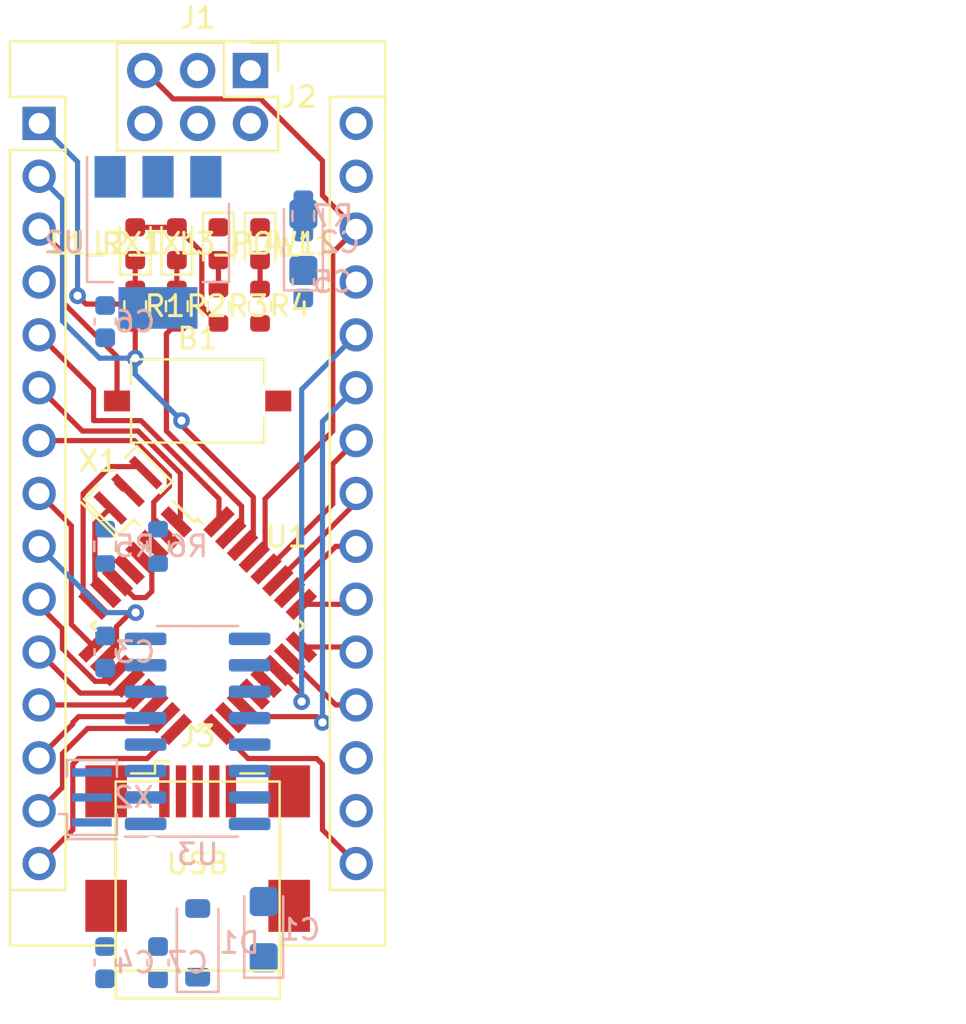
<source format=kicad_pcb>
(kicad_pcb (version 20221018) (generator pcbnew)
  (layers (0 "F.Cu" signal) (31 "B.Cu" signal) (34 "B.Paste" user) (35 "F.Paste" user) (36 "B.SilkS" user "B.Silkscreen") (37 "F.SilkS" user "F.Silkscreen") (38 "B.Mask" user) (39 "F.Mask" user) (44 "Edge.Cuts" user))
  (net 0 "")
  (net 1 "/pd0")
  (net 2 "/pd1")
  (net 3 "/pc6")
  (net 4 "+5V")
  (net 5 "+12V")
  (net 6 "Net-(U3-V3)")
  (net 7 "Net-(D1-A)")
  (net 8 "/pd2")
  (net 9 "/pd3")
  (net 10 "/pd4")
  (net 11 "/pd5")
  (net 12 "/pd6")
  (net 13 "/pd7")
  (net 14 "/pb0")
  (net 15 "/pb1")
  (net 16 "/pb2")
  (net 17 "/mosi")
  (net 18 "/miso")
  (net 19 "/pb5")
  (net 20 "+3V3")
  (net 21 "/aref")
  (net 22 "/adc0")
  (net 23 "/adc1")
  (net 24 "/adc2")
  (net 25 "/adc3")
  (net 26 "/adc4")
  (net 27 "/adc5")
  (net 28 "/adc6")
  (net 29 "/adc7")
  (net 30 "/usb_negative")
  (net 31 "/usb_plus")
  (net 32 "/usb_id")
  (net 33 "Net-(L1_RX1-K)")
  (net 34 "Net-(L2_TX1-K)")
  (net 35 "Net-(L3_POW1-A)")
  (net 36 "Net-(L4_L1-A)")
  (net 37 "/d13")
  (net 38 "Net-(U3-TXD)")
  (net 39 "Net-(U3-RXD)")
  (net 40 "/dtr")
  (net 41 "/pb6")
  (net 42 "/pb7")
  (net 43 "/xtal1_ch340")
  (net 44 "/xtal2_ch340")
  (net 45 "/cts")
  (net 46 "/dsr")
  (net 47 "/ri")
  (net 48 "/dcd")
  (net 49 "/rtr")
  (net 50 "/r232")
  (net 51 "GND")
  (footprint "oomlout_oomp_part_footprints:l6r_electronic_led_0603_red" (layer "F.Cu") (at 1 -12 -90)
    (fp_text reference "L3_POW1" (at 0 -1.43) (layer "F.SilkS"))
    (fp_text value "l6r")
    (fp_line (start -1.485 -0.735) (end -1.485 0.735) (stroke (width 0.12)) (layer "F.SilkS"))
    (fp_line (start -1.485 0.735) (end 0.8 0.735) (stroke (width 0.12)) (layer "F.SilkS"))
    (fp_line (start 0.8 -0.735) (end -1.485 -0.735) (stroke (width 0.12)) (layer "F.SilkS"))
    (pad "1" smd roundrect (at -0.7875 0 270) (size 0.875 0.95) (layers "F.Cu" "F.Paste" "F.Mask") (net 51 "GND"))
    (pad "2" smd roundrect (at 0.7875 0 270) (size 0.875 0.95) (layers "F.Cu" "F.Paste" "F.Mask") (net 35 "Net-(L3_POW1-A)"))
  )
  (footprint "oomlout_oomp_part_footprints:scumnsmo_electronic_socket_usb_mini_surface_mount_only" (layer "F.Cu") (at 0 16.912)
    (fp_text reference "J3" (at 0 -5.25) (layer "F.SilkS"))
    (fp_text value "scumnsmo")
    (fp_line (start -3.96 1.45) (end -3.96 -1.15) (stroke (width 0.12)) (layer "F.SilkS"))
    (fp_line (start -3.96 4.35) (end -3.96 6.01) (stroke (width 0.12)) (layer "F.SilkS"))
    (fp_line (start -3.96 6.01) (end 3.96 6.01) (stroke (width 0.12)) (layer "F.SilkS"))
    (fp_line (start -3.2 -3.46) (end -2.05 -3.46) (stroke (width 0.12)) (layer "F.SilkS"))
    (fp_line (start -2.05 -4.05) (end -1.35 -4.05) (stroke (width 0.12)) (layer "F.SilkS"))
    (fp_line (start -2.05 -3.46) (end -2.05 -4.05) (stroke (width 0.12)) (layer "F.SilkS"))
    (fp_line (start 2.05 -3.46) (end 3.2 -3.46) (stroke (width 0.12)) (layer "F.SilkS"))
    (fp_line (start 3.96 -1.15) (end 3.96 1.45) (stroke (width 0.12)) (layer "F.SilkS"))
    (fp_line (start 3.96 6.01) (end 3.96 4.35) (stroke (width 0.12)) (layer "F.SilkS"))
    (pad "" np_thru_hole circle (at -2.2 0) (size 0.9 0.9) (drill 0.9) (layers "*.Cu" "*.Mask"))
    (pad "" np_thru_hole circle (at 2.2 0) (size 0.9 0.9) (drill 0.9) (layers "*.Cu" "*.Mask"))
    (pad "1" smd rect (at -1.6 -2.6) (size 0.5 2.5) (layers "F.Cu" "F.Paste" "F.Mask") (net 7 "Net-(D1-A)"))
    (pad "2" smd rect (at -0.8 -2.6) (size 0.5 2.5) (layers "F.Cu" "F.Paste" "F.Mask") (net 30 "/usb_negative"))
    (pad "3" smd rect (at 0 -2.6) (size 0.5 2.5) (layers "F.Cu" "F.Paste" "F.Mask") (net 31 "/usb_plus"))
    (pad "4" smd rect (at 0.8 -2.6) (size 0.5 2.5) (layers "F.Cu" "F.Paste" "F.Mask") (net 32 "/usb_id"))
    (pad "5" smd rect (at 1.6 -2.6) (size 0.5 2.5) (layers "F.Cu" "F.Paste" "F.Mask") (net 51 "GND"))
    (pad "6" smd rect (at -4.4 -2.6) (size 2 2.5) (layers "F.Cu" "F.Paste" "F.Mask") (net 51 "GND"))
    (pad "6" smd rect (at -4.4 2.9) (size 2 2.5) (layers "F.Cu" "F.Paste" "F.Mask") (net 51 "GND"))
    (pad "6" smd rect (at 4.4 -2.6) (size 2 2.5) (layers "F.Cu" "F.Paste" "F.Mask") (net 51 "GND"))
    (pad "6" smd rect (at 4.4 2.9) (size 2 2.5) (layers "F.Cu" "F.Paste" "F.Mask") (net 51 "GND"))
  )
  (footprint "oomlout_oomp_part_footprints:xcr3213mhz16_electronic_ceramic_resonator_3213_3_pin_ground_pin_2_16_mega_hertz" (layer "F.Cu") (at -3.348528 -0.151472 45)
    (fp_text reference "X1" (at 0 -2) (layer "F.SilkS"))
    (fp_text value "xcr3213mhz16")
    (fp_line (start -2 -1.2) (end -2 0.8) (stroke (width 0.12)) (layer "F.SilkS"))
    (fp_line (start -2 0.8) (end -2 1.2) (stroke (width 0.12)) (layer "F.SilkS"))
    (fp_line (start -1.8 -1.2) (end -0.8 -1.2) (stroke (width 0.12)) (layer "F.SilkS"))
    (fp_line (start -1.8 0.8) (end -1.8 -1.2) (stroke (width 0.12)) (layer "F.SilkS"))
    (fp_line (start -1.8 0.8) (end -1.8 1.2) (stroke (width 0.12)) (layer "F.SilkS"))
    (fp_line (start -0.8 1.2) (end -1.8 1.2) (stroke (width 0.12)) (layer "F.SilkS"))
    (fp_line (start -0.8 1.2) (end -0.8 1.6) (stroke (width 0.12)) (layer "F.SilkS"))
    (fp_line (start 1 -1.2) (end 1.8 -1.2) (stroke (width 0.12)) (layer "F.SilkS"))
    (fp_line (start 1.8 -1.2) (end 1.8 0.8) (stroke (width 0.12)) (layer "F.SilkS"))
    (fp_line (start 1.8 0.8) (end 1.8 1.2) (stroke (width 0.12)) (layer "F.SilkS"))
    (fp_line (start 1.8 1.2) (end 1 1.2) (stroke (width 0.12)) (layer "F.SilkS"))
    (pad "1" smd rect (at -1.2 0 45) (size 0.4 1.9) (layers "F.Cu" "F.Paste" "F.Mask") (net 41 "/pb6"))
    (pad "2" smd rect (at 0 0 45) (size 0.4 1.9) (layers "F.Cu" "F.Paste" "F.Mask") (net 51 "GND"))
    (pad "3" smd rect (at 1.2 0 45) (size 0.4 1.9) (layers "F.Cu" "F.Paste" "F.Mask") (net 42 "/pb7"))
  )
  (footprint "oomlout_oomp_part_footprints:l6r_electronic_led_0603_red" (layer "F.Cu") (at -1 -12 90)
    (fp_text reference "L2_TX1" (at 0 -1.43) (layer "F.SilkS"))
    (fp_text value "l6r")
    (fp_line (start -1.485 -0.735) (end -1.485 0.735) (stroke (width 0.12)) (layer "F.SilkS"))
    (fp_line (start -1.485 0.735) (end 0.8 0.735) (stroke (width 0.12)) (layer "F.SilkS"))
    (fp_line (start 0.8 -0.735) (end -1.485 -0.735) (stroke (width 0.12)) (layer "F.SilkS"))
    (pad "1" smd roundrect (at -0.7875 0 90) (size 0.875 0.95) (layers "F.Cu" "F.Paste" "F.Mask") (net 34 "Net-(L2_TX1-K)"))
    (pad "2" smd roundrect (at 0.7875 0 90) (size 0.875 0.95) (layers "F.Cu" "F.Paste" "F.Mask") (net 4 "+5V"))
  )
  (footprint "oomlout_oomp_part_footprints:r6o102_electronic_resistor_0603_1000_ohm" (layer "F.Cu") (at 1 -9 -90)
    (fp_text reference "R3" (at 0 -1.43) (layer "F.SilkS"))
    (fp_text value "r6o102")
    (fp_line (start -0.237258 -0.5225) (end 0.237258 -0.5225) (stroke (width 0.12)) (layer "F.SilkS"))
    (fp_line (start -0.237258 0.5225) (end 0.237258 0.5225) (stroke (width 0.12)) (layer "F.SilkS"))
    (pad "1" smd roundrect (at -0.825 0 270) (size 0.8 0.95) (layers "F.Cu" "F.Paste" "F.Mask") (net 35 "Net-(L3_POW1-A)"))
    (pad "2" smd roundrect (at 0.825 0 270) (size 0.8 0.95) (layers "F.Cu" "F.Paste" "F.Mask") (net 4 "+5V"))
  )
  (footprint "oomlout_oomp_part_footprints:r6o102_electronic_resistor_0603_1000_ohm" (layer "F.Cu") (at 3 -9 -90)
    (fp_text reference "R4" (at 0 -1.43) (layer "F.SilkS"))
    (fp_text value "r6o102")
    (fp_line (start -0.237258 -0.5225) (end 0.237258 -0.5225) (stroke (width 0.12)) (layer "F.SilkS"))
    (fp_line (start -0.237258 0.5225) (end 0.237258 0.5225) (stroke (width 0.12)) (layer "F.SilkS"))
    (pad "1" smd roundrect (at -0.825 0 270) (size 0.8 0.95) (layers "F.Cu" "F.Paste" "F.Mask") (net 36 "Net-(L4_L1-A)"))
    (pad "2" smd roundrect (at 0.825 0 270) (size 0.8 0.95) (layers "F.Cu" "F.Paste" "F.Mask") (net 37 "/d13"))
  )
  (footprint "oomlout_oomp_part_footprints:l6r_electronic_led_0603_red" (layer "F.Cu") (at 3 -12 -90)
    (fp_text reference "L4_L1" (at 0 -1.43) (layer "F.SilkS"))
    (fp_text value "l6r")
    (fp_line (start -1.485 -0.735) (end -1.485 0.735) (stroke (width 0.12)) (layer "F.SilkS"))
    (fp_line (start -1.485 0.735) (end 0.8 0.735) (stroke (width 0.12)) (layer "F.SilkS"))
    (fp_line (start 0.8 -0.735) (end -1.485 -0.735) (stroke (width 0.12)) (layer "F.SilkS"))
    (pad "1" smd roundrect (at -0.7875 0 270) (size 0.875 0.95) (layers "F.Cu" "F.Paste" "F.Mask") (net 51 "GND"))
    (pad "2" smd roundrect (at 0.7875 0 270) (size 0.875 0.95) (layers "F.Cu" "F.Paste" "F.Mask") (net 36 "Net-(L4_L1-A)"))
  )
  (footprint "oomlout_oomp_part_footprints:l6r_electronic_led_0603_red" (layer "F.Cu") (at -3 -12 90)
    (fp_text reference "L1_RX1" (at 0 -1.43) (layer "F.SilkS"))
    (fp_text value "l6r")
    (fp_line (start -1.485 -0.735) (end -1.485 0.735) (stroke (width 0.12)) (layer "F.SilkS"))
    (fp_line (start -1.485 0.735) (end 0.8 0.735) (stroke (width 0.12)) (layer "F.SilkS"))
    (fp_line (start 0.8 -0.735) (end -1.485 -0.735) (stroke (width 0.12)) (layer "F.SilkS"))
    (pad "1" smd roundrect (at -0.7875 0 90) (size 0.875 0.95) (layers "F.Cu" "F.Paste" "F.Mask") (net 33 "Net-(L1_RX1-K)"))
    (pad "2" smd roundrect (at 0.7875 0 90) (size 0.875 0.95) (layers "F.Cu" "F.Paste" "F.Mask") (net 4 "+5V"))
  )
  (footprint "oomlout_oomp_part_footprints:r6o102_electronic_resistor_0603_1000_ohm" (layer "F.Cu") (at -3 -9 -90)
    (fp_text reference "R1" (at 0 -1.43) (layer "F.SilkS"))
    (fp_text value "r6o102")
    (fp_line (start -0.237258 -0.5225) (end 0.237258 -0.5225) (stroke (width 0.12)) (layer "F.SilkS"))
    (fp_line (start -0.237258 0.5225) (end 0.237258 0.5225) (stroke (width 0.12)) (layer "F.SilkS"))
    (pad "1" smd roundrect (at -0.825 0 270) (size 0.8 0.95) (layers "F.Cu" "F.Paste" "F.Mask") (net 33 "Net-(L1_RX1-K)"))
    (pad "2" smd roundrect (at 0.825 0 270) (size 0.8 0.95) (layers "F.Cu" "F.Paste" "F.Mask") (net 1 "/pd0"))
  )
  (footprint "oomlout_oomp_part_footprints:r6o102_electronic_resistor_0603_1000_ohm" (layer "F.Cu") (at -1 -9 -90)
    (fp_text reference "R2" (at 0 -1.43) (layer "F.SilkS"))
    (fp_text value "r6o102")
    (fp_line (start -0.237258 -0.5225) (end 0.237258 -0.5225) (stroke (width 0.12)) (layer "F.SilkS"))
    (fp_line (start -0.237258 0.5225) (end 0.237258 0.5225) (stroke (width 0.12)) (layer "F.SilkS"))
    (pad "1" smd roundrect (at -0.825 0 270) (size 0.8 0.95) (layers "F.Cu" "F.Paste" "F.Mask") (net 34 "Net-(L2_TX1-K)"))
    (pad "2" smd roundrect (at 0.825 0 270) (size 0.8 0.95) (layers "F.Cu" "F.Paste" "F.Mask") (net 2 "/pd1"))
  )
  (footprint "oomlout_oomp_part_footprints:hi12x3p_electronic_header_2d54_mm_dual_row_2x3_dual_row_6_pin" (layer "F.Cu") (at 2.54 -20.32 -90)
    (fp_text reference "J2" (at 1.27 -2.33) (layer "F.SilkS"))
    (fp_text value "hi12x3p")
    (fp_line (start -1.33 -1.33) (end 0 -1.33) (stroke (width 0.12)) (layer "F.SilkS"))
    (fp_line (start -1.33 0) (end -1.33 -1.33) (stroke (width 0.12)) (layer "F.SilkS"))
    (fp_line (start -1.33 1.27) (end -1.33 6.41) (stroke (width 0.12)) (layer "F.SilkS"))
    (fp_line (start -1.33 1.27) (end 1.27 1.27) (stroke (width 0.12)) (layer "F.SilkS"))
    (fp_line (start -1.33 6.41) (end 3.87 6.41) (stroke (width 0.12)) (layer "F.SilkS"))
    (fp_line (start 1.27 -1.33) (end 3.87 -1.33) (stroke (width 0.12)) (layer "F.SilkS"))
    (fp_line (start 1.27 1.27) (end 1.27 -1.33) (stroke (width 0.12)) (layer "F.SilkS"))
    (fp_line (start 3.87 -1.33) (end 3.87 6.41) (stroke (width 0.12)) (layer "F.SilkS"))
    (pad "1" thru_hole rect (at 0 0 270) (size 1.7 1.7) (drill 1) (layers "*.Cu" "*.Mask") (net 18 "/miso"))
    (pad "2" thru_hole oval (at 2.54 0 270) (size 1.7 1.7) (drill 1) (layers "*.Cu" "*.Mask") (net 4 "+5V"))
    (pad "3" thru_hole oval (at 0 2.54 270) (size 1.7 1.7) (drill 1) (layers "*.Cu" "*.Mask") (net 19 "/pb5"))
    (pad "4" thru_hole oval (at 2.54 2.54 270) (size 1.7 1.7) (drill 1) (layers "*.Cu" "*.Mask") (net 17 "/mosi"))
    (pad "5" thru_hole oval (at 0 5.08 270) (size 1.7 1.7) (drill 1) (layers "*.Cu" "*.Mask") (net 3 "/pc6"))
    (pad "6" thru_hole oval (at 2.54 5.08 270) (size 1.7 1.7) (drill 1) (layers "*.Cu" "*.Mask") (net 51 "GND"))
  )
  (footprint "oomlout_oomp_part_footprints:b3560s_electronic_button_3_5_mm_x_6_mm_x_2_5_mm_surface_mount" (layer "F.Cu") (at 0 -4.445)
    (fp_text reference "B1" (at 0 -3 unlocked) (layer "F.SilkS"))
    (fp_text value "b3560s")
    (fp_line (start -3.2 -2) (end -3.2 -0.8) (stroke (width 0.12)) (layer "F.SilkS"))
    (fp_line (start -3.2 0.8) (end -3.2 2) (stroke (width 0.12)) (layer "F.SilkS"))
    (fp_line (start -3.2 2) (end 3.2 2) (stroke (width 0.12)) (layer "F.SilkS"))
    (fp_line (start 3.2 -2) (end -3.2 -2) (stroke (width 0.12)) (layer "F.SilkS"))
    (fp_line (start 3.2 -0.8) (end 3.2 -2) (stroke (width 0.12)) (layer "F.SilkS"))
    (fp_line (start 3.2 2) (end 3.2 0.8) (stroke (width 0.12)) (layer "F.SilkS"))
    (pad "1" smd rect (at -3.875 0) (size 1.25 1) (layers "F.Cu" "F.Paste" "F.Mask") (net 3 "/pc6"))
    (pad "2" smd rect (at 3.875 0) (size 1.25 1) (layers "F.Cu" "F.Paste" "F.Mask") (net 51 "GND"))
  )
  (footprint "oomlout_oomp_part_footprints:itq32at328_electronic_ic_tqfp_32_mcu_atmega328_microchip_atmega328p_aur" (layer "F.Cu") (at 0 6.35 -45)
    (fp_text reference "U1" (at 0 -6.05) (layer "F.SilkS"))
    (fp_text value "itq32at328")
    (fp_line (start -3.625 -3.625) (end -3.625 -3.4) (stroke (width 0.15)) (layer "F.SilkS"))
    (fp_line (start -3.625 -3.625) (end -3.3 -3.625) (stroke (width 0.15)) (layer "F.SilkS"))
    (fp_line (start -3.625 -3.4) (end -5.05 -3.4) (stroke (width 0.15)) (layer "F.SilkS"))
    (fp_line (start -3.625 3.625) (end -3.625 3.3) (stroke (width 0.15)) (layer "F.SilkS"))
    (fp_line (start -3.625 3.625) (end -3.3 3.625) (stroke (width 0.15)) (layer "F.SilkS"))
    (fp_line (start 3.625 -3.625) (end 3.3 -3.625) (stroke (width 0.15)) (layer "F.SilkS"))
    (fp_line (start 3.625 -3.625) (end 3.625 -3.3) (stroke (width 0.15)) (layer "F.SilkS"))
    (fp_line (start 3.625 3.625) (end 3.3 3.625) (stroke (width 0.15)) (layer "F.SilkS"))
    (fp_line (start 3.625 3.625) (end 3.625 3.3) (stroke (width 0.15)) (layer "F.SilkS"))
    (pad "1" smd rect (at -4.25 -2.8 315) (size 1.6 0.55) (layers "F.Cu" "F.Paste" "F.Mask") (net 9 "/pd3"))
    (pad "2" smd rect (at -4.25 -2 315) (size 1.6 0.55) (layers "F.Cu" "F.Paste" "F.Mask") (net 10 "/pd4"))
    (pad "3" smd rect (at -4.25 -1.2 315) (size 1.6 0.55) (layers "F.Cu" "F.Paste" "F.Mask") (net 51 "GND"))
    (pad "4" smd rect (at -4.25 -0.4 315) (size 1.6 0.55) (layers "F.Cu" "F.Paste" "F.Mask") (net 4 "+5V"))
    (pad "5" smd rect (at -4.25 0.4 315) (size 1.6 0.55) (layers "F.Cu" "F.Paste" "F.Mask") (net 51 "GND"))
    (pad "6" smd rect (at -4.25 1.2 315) (size 1.6 0.55) (layers "F.Cu" "F.Paste" "F.Mask") (net 4 "+5V"))
    (pad "7" smd rect (at -4.25 2 315) (size 1.6 0.55) (layers "F.Cu" "F.Paste" "F.Mask") (net 41 "/pb6"))
    (pad "8" smd rect (at -4.25 2.8 315) (size 1.6 0.55) (layers "F.Cu" "F.Paste" "F.Mask") (net 42 "/pb7"))
    (pad "9" smd rect (at -2.8 4.25 45) (size 1.6 0.55) (layers "F.Cu" "F.Paste" "F.Mask") (net 11 "/pd5"))
    (pad "10" smd rect (at -2 4.25 45) (size 1.6 0.55) (layers "F.Cu" "F.Paste" "F.Mask") (net 12 "/pd6"))
    (pad "11" smd rect (at -1.2 4.25 45) (size 1.6 0.55) (layers "F.Cu" "F.Paste" "F.Mask") (net 13 "/pd7"))
    (pad "12" smd rect (at -0.4 4.25 45) (size 1.6 0.55) (layers "F.Cu" "F.Paste" "F.Mask") (net 14 "/pb0"))
    (pad "13" smd rect (at 0.4 4.25 45) (size 1.6 0.55) (layers "F.Cu" "F.Paste" "F.Mask") (net 15 "/pb1"))
    (pad "14" smd rect (at 1.2 4.25 45) (size 1.6 0.55) (layers "F.Cu" "F.Paste" "F.Mask") (net 16 "/pb2"))
    (pad "15" smd rect (at 2 4.25 45) (size 1.6 0.55) (layers "F.Cu" "F.Paste" "F.Mask") (net 17 "/mosi"))
    (pad "16" smd rect (at 2.8 4.25 45) (size 1.6 0.55) (layers "F.Cu" "F.Paste" "F.Mask") (net 18 "/miso"))
    (pad "17" smd rect (at 4.25 2.8 315) (size 1.6 0.55) (layers "F.Cu" "F.Paste" "F.Mask") (net 19 "/pb5"))
    (pad "18" smd rect (at 4.25 2 315) (size 1.6 0.55) (layers "F.Cu" "F.Paste" "F.Mask") (net 4 "+5V"))
    (pad "19" smd rect (at 4.25 1.2 315) (size 1.6 0.55) (layers "F.Cu" "F.Paste" "F.Mask") (net 28 "/adc6"))
    (pad "20" smd rect (at 4.25 0.4 315) (size 1.6 0.55) (layers "F.Cu" "F.Paste" "F.Mask") (net 21 "/aref"))
    (pad "21" smd rect (at 4.25 -0.4 315) (size 1.6 0.55) (layers "F.Cu" "F.Paste" "F.Mask") (net 51 "GND"))
    (pad "22" smd rect (at 4.25 -1.2 315) (size 1.6 0.55) (layers "F.Cu" "F.Paste" "F.Mask") (net 29 "/adc7"))
    (pad "23" smd rect (at 4.25 -2 315) (size 1.6 0.55) (layers "F.Cu" "F.Paste" "F.Mask") (net 22 "/adc0"))
    (pad "24" smd rect (at 4.25 -2.8 315) (size 1.6 0.55) (layers "F.Cu" "F.Paste" "F.Mask") (net 23 "/adc1"))
    (pad "25" smd rect (at 2.8 -4.25 45) (size 1.6 0.55) (layers "F.Cu" "F.Paste" "F.Mask") (net 24 "/adc2"))
    (pad "26" smd rect (at 2 -4.25 45) (size 1.6 0.55) (layers "F.Cu" "F.Paste" "F.Mask") (net 25 "/adc3"))
    (pad "27" smd rect (at 1.2 -4.25 45) (size 1.6 0.55) (layers "F.Cu" "F.Paste" "F.Mask") (net 26 "/adc4"))
    (pad "28" smd rect (at 0.4 -4.25 45) (size 1.6 0.55) (layers "F.Cu" "F.Paste" "F.Mask") (net 27 "/adc5"))
    (pad "29" smd rect (at -0.4 -4.25 45) (size 1.6 0.55) (layers "F.Cu" "F.Paste" "F.Mask") (net 3 "/pc6"))
    (pad "30" smd rect (at -1.2 -4.25 45) (size 1.6 0.55) (layers "F.Cu" "F.Paste" "F.Mask") (net 1 "/pd0"))
    (pad "31" smd rect (at -2 -4.25 45) (size 1.6 0.55) (layers "F.Cu" "F.Paste" "F.Mask") (net 2 "/pd1"))
    (pad "32" smd rect (at -2.8 -4.25 45) (size 1.6 0.55) (layers "F.Cu" "F.Paste" "F.Mask") (net 8 "/pd2"))
  )
  (footprint "oomlout_oomp_part_footprints:bbat328_electronic_breakout_board_mcu_atmega328_shennie" (layer "F.Cu") (at -7.62 -17.78)
    (fp_text reference "J1" (at 7.62 -5.08) (layer "F.SilkS"))
    (fp_text value "bbat328")
    (fp_text user "USB" (at 7.62 35.56 unlocked) (layer "F.SilkS"))
    (fp_line (start -1.4 -3.94) (end -1.4 -1.27) (stroke (width 0.12)) (layer "F.SilkS"))
    (fp_line (start -1.4 1.27) (end -1.4 39.5) (stroke (width 0.12)) (layer "F.SilkS"))
    (fp_line (start -1.4 39.5) (end 3.68 39.5) (stroke (width 0.12)) (layer "F.SilkS"))
    (fp_line (start 1.27 -1.27) (end -1.4 -1.27) (stroke (width 0.12)) (layer "F.SilkS"))
    (fp_line (start 1.27 1.27) (end -1.4 1.27) (stroke (width 0.12)) (layer "F.SilkS"))
    (fp_line (start 1.27 1.27) (end 1.27 -1.27) (stroke (width 0.12)) (layer "F.SilkS"))
    (fp_line (start 1.27 1.27) (end 1.27 36.83) (stroke (width 0.12)) (layer "F.SilkS"))
    (fp_line (start 1.27 36.83) (end -1.4 36.83) (stroke (width 0.12)) (layer "F.SilkS"))
    (fp_line (start 3.68 31.62) (end 11.56 31.62) (stroke (width 0.12)) (layer "F.SilkS"))
    (fp_line (start 3.68 42.04) (end 3.68 31.62) (stroke (width 0.12)) (layer "F.SilkS"))
    (fp_line (start 11.56 31.62) (end 11.56 42.04) (stroke (width 0.12)) (layer "F.SilkS"))
    (fp_line (start 11.56 42.04) (end 3.68 42.04) (stroke (width 0.12)) (layer "F.SilkS"))
    (fp_line (start 13.97 -1.27) (end 13.97 36.83) (stroke (width 0.12)) (layer "F.SilkS"))
    (fp_line (start 13.97 -1.27) (end 16.64 -1.27) (stroke (width 0.12)) (layer "F.SilkS"))
    (fp_line (start 13.97 36.83) (end 16.64 36.83) (stroke (width 0.12)) (layer "F.SilkS"))
    (fp_line (start 16.64 -3.94) (end -1.4 -3.94) (stroke (width 0.12)) (layer "F.SilkS"))
    (fp_line (start 16.64 39.5) (end 11.56 39.5) (stroke (width 0.12)) (layer "F.SilkS"))
    (fp_line (start 16.64 39.5) (end 16.64 -3.94) (stroke (width 0.12)) (layer "F.SilkS"))
    (pad "" np_thru_hole circle (at 0 -2.54) (size 1.78 1.78) (drill 1.78) (layers "*.Cu" "*.Mask"))
    (pad "" np_thru_hole circle (at 0 38.1) (size 1.78 1.78) (drill 1.78) (layers "*.Cu" "*.Mask"))
    (pad "" np_thru_hole circle (at 15.24 -2.54) (size 1.78 1.78) (drill 1.78) (layers "*.Cu" "*.Mask"))
    (pad "" np_thru_hole circle (at 15.24 38.1) (size 1.78 1.78) (drill 1.78) (layers "*.Cu" "*.Mask"))
    (pad "1" thru_hole rect (at 0 0) (size 1.6 1.6) (drill 1) (layers "*.Cu" "*.Mask") (net 2 "/pd1"))
    (pad "2" thru_hole oval (at 0 2.54) (size 1.6 1.6) (drill 1) (layers "*.Cu" "*.Mask") (net 1 "/pd0"))
    (pad "3" thru_hole oval (at 0 5.08) (size 1.6 1.6) (drill 1) (layers "*.Cu" "*.Mask") (net 3 "/pc6"))
    (pad "4" thru_hole oval (at 0 7.62) (size 1.6 1.6) (drill 1) (layers "*.Cu" "*.Mask") (net 51 "GND"))
    (pad "5" thru_hole oval (at 0 10.16) (size 1.6 1.6) (drill 1) (layers "*.Cu" "*.Mask") (net 8 "/pd2"))
    (pad "6" thru_hole oval (at 0 12.7) (size 1.6 1.6) (drill 1) (layers "*.Cu" "*.Mask") (net 9 "/pd3"))
    (pad "7" thru_hole oval (at 0 15.24) (size 1.6 1.6) (drill 1) (layers "*.Cu" "*.Mask") (net 10 "/pd4"))
    (pad "8" thru_hole oval (at 0 17.78) (size 1.6 1.6) (drill 1) (layers "*.Cu" "*.Mask") (net 11 "/pd5"))
    (pad "9" thru_hole oval (at 0 20.32) (size 1.6 1.6) (drill 1) (layers "*.Cu" "*.Mask") (net 12 "/pd6"))
    (pad "10" thru_hole oval (at 0 22.86) (size 1.6 1.6) (drill 1) (layers "*.Cu" "*.Mask") (net 13 "/pd7"))
    (pad "11" thru_hole oval (at 0 25.4) (size 1.6 1.6) (drill 1) (layers "*.Cu" "*.Mask") (net 14 "/pb0"))
    (pad "12" thru_hole oval (at 0 27.94) (size 1.6 1.6) (drill 1) (layers "*.Cu" "*.Mask") (net 15 "/pb1"))
    (pad "13" thru_hole oval (at 0 30.48) (size 1.6 1.6) (drill 1) (layers "*.Cu" "*.Mask") (net 16 "/pb2"))
    (pad "14" thru_hole oval (at 0 33.02) (size 1.6 1.6) (drill 1) (layers "*.Cu" "*.Mask") (net 17 "/mosi"))
    (pad "15" thru_hole oval (at 0 35.56) (size 1.6 1.6) (drill 1) (layers "*.Cu" "*.Mask") (net 18 "/miso"))
    (pad "16" thru_hole oval (at 15.24 35.56) (size 1.6 1.6) (drill 1) (layers "*.Cu" "*.Mask") (net 19 "/pb5"))
    (pad "17" thru_hole oval (at 15.24 33.02) (size 1.6 1.6) (drill 1) (layers "*.Cu" "*.Mask") (net 20 "+3V3"))
    (pad "18" thru_hole oval (at 15.24 30.48) (size 1.6 1.6) (drill 1) (layers "*.Cu" "*.Mask") (net 21 "/aref"))
    (pad "19" thru_hole oval (at 15.24 27.94) (size 1.6 1.6) (drill 1) (layers "*.Cu" "*.Mask") (net 22 "/adc0"))
    (pad "20" thru_hole oval (at 15.24 25.4) (size 1.6 1.6) (drill 1) (layers "*.Cu" "*.Mask") (net 23 "/adc1"))
    (pad "21" thru_hole oval (at 15.24 22.86) (size 1.6 1.6) (drill 1) (layers "*.Cu" "*.Mask") (net 24 "/adc2"))
    (pad "22" thru_hole oval (at 15.24 20.32) (size 1.6 1.6) (drill 1) (layers "*.Cu" "*.Mask") (net 25 "/adc3"))
    (pad "23" thru_hole oval (at 15.24 17.78) (size 1.6 1.6) (drill 1) (layers "*.Cu" "*.Mask") (net 26 "/adc4"))
    (pad "24" thru_hole oval (at 15.24 15.24) (size 1.6 1.6) (drill 1) (layers "*.Cu" "*.Mask") (net 27 "/adc5"))
    (pad "25" thru_hole oval (at 15.24 12.7) (size 1.6 1.6) (drill 1) (layers "*.Cu" "*.Mask") (net 28 "/adc6"))
    (pad "26" thru_hole oval (at 15.24 10.16) (size 1.6 1.6) (drill 1) (layers "*.Cu" "*.Mask") (net 29 "/adc7"))
    (pad "27" thru_hole oval (at 15.24 7.62) (size 1.6 1.6) (drill 1) (layers "*.Cu" "*.Mask") (net 4 "+5V"))
    (pad "28" thru_hole oval (at 15.24 5.08) (size 1.6 1.6) (drill 1) (layers "*.Cu" "*.Mask") (net 3 "/pc6"))
    (pad "29" thru_hole oval (at 15.24 2.54) (size 1.6 1.6) (drill 1) (layers "*.Cu" "*.Mask") (net 51 "GND"))
    (pad "30" thru_hole oval (at 15.24 0) (size 1.6 1.6) (drill 1) (layers "*.Cu" "*.Mask") (net 5 "+12V"))
  )
  (footprint "oomlout_oomp_part_footprints:r6o102_electronic_resistor_0603_1000_ohm" (layer "B.Cu") (at 5.08 -13.335 90)
    (fp_text reference "R7" (at 0 1.43) (layer "B.SilkS") (effects (justify mirror)))
    (fp_text value "r6o102")
    (fp_line (start -0.237258 -0.5225) (end 0.237258 -0.5225) (stroke (width 0.12)) (layer "B.SilkS"))
    (fp_line (start -0.237258 0.5225) (end 0.237258 0.5225) (stroke (width 0.12)) (layer "B.SilkS"))
    (pad "1" smd roundrect (at -0.825 0 90) (size 0.8 0.95) (layers "B.Cu" "B.Paste" "B.Mask") (net 40 "/dtr"))
    (pad "2" smd roundrect (at 0.825 0 90) (size 0.8 0.95) (layers "B.Cu" "B.Paste" "B.Mask") (net 4 "+5V"))
  )
  (footprint "oomlout_oomp_part_footprints:catuf4d716v_electronic_capacitor_3216_avx_a_tantalum_4_7_micro_farad_16_volt" (layer "B.Cu") (at 3.175 20.955 90)
    (fp_text reference "C1" (at 0 1.75) (layer "B.SilkS") (effects (justify mirror)))
    (fp_text value "catuf4d716v")
    (fp_line (start -2.31 -0.935) (end 1.6 -0.935) (stroke (width 0.12)) (layer "B.SilkS"))
    (fp_line (start -2.31 0.935) (end -2.31 -0.935) (stroke (width 0.12)) (layer "B.SilkS"))
    (fp_line (start 1.6 0.935) (end -2.31 0.935) (stroke (width 0.12)) (layer "B.SilkS"))
    (pad "1" smd roundrect (at -1.35 0 90) (size 1.4 1.35) (layers "B.Cu" "B.Paste" "B.Mask") (roundrect_rratio 0.185185) (net 5 "+12V"))
    (pad "2" smd roundrect (at 1.35 0 90) (size 1.4 1.35) (layers "B.Cu" "B.Paste" "B.Mask") (roundrect_rratio 0.185185) (net 51 "GND"))
  )
  (footprint "oomlout_oomp_part_footprints:isp16ch340g_electronic_ic_sop_16_converter_usb_to_serial_converter_wch_ch340g" (layer "B.Cu") (at 0 11.43)
    (fp_text reference "U3" (at 0 5.9) (layer "B.SilkS") (effects (justify mirror)))
    (fp_text value "isp16ch340g")
    (fp_line (start 0 -5.06) (end -1.95 -5.06) (stroke (width 0.12)) (layer "B.SilkS"))
    (fp_line (start 0 -5.06) (end 1.95 -5.06) (stroke (width 0.12)) (layer "B.SilkS"))
    (fp_line (start 0 5.06) (end -3.5 5.06) (stroke (width 0.12)) (layer "B.SilkS"))
    (fp_line (start 0 5.06) (end 1.95 5.06) (stroke (width 0.12)) (layer "B.SilkS"))
    (pad "1" smd roundrect (at -2.5 4.445) (size 2 0.6) (layers "B.Cu" "B.Paste" "B.Mask") (net 51 "GND"))
    (pad "2" smd roundrect (at -2.5 3.175) (size 2 0.6) (layers "B.Cu" "B.Paste" "B.Mask") (net 38 "Net-(U3-TXD)"))
    (pad "3" smd roundrect (at -2.5 1.905) (size 2 0.6) (layers "B.Cu" "B.Paste" "B.Mask") (net 39 "Net-(U3-RXD)"))
    (pad "4" smd roundrect (at -2.5 0.635) (size 2 0.6) (layers "B.Cu" "B.Paste" "B.Mask") (net 6 "Net-(U3-V3)"))
    (pad "5" smd roundrect (at -2.5 -0.635) (size 2 0.6) (layers "B.Cu" "B.Paste" "B.Mask") (net 31 "/usb_plus"))
    (pad "6" smd roundrect (at -2.5 -1.905) (size 2 0.6) (layers "B.Cu" "B.Paste" "B.Mask") (net 30 "/usb_negative"))
    (pad "7" smd roundrect (at -2.5 -3.175) (size 2 0.6) (layers "B.Cu" "B.Paste" "B.Mask") (net 43 "/xtal1_ch340"))
    (pad "8" smd roundrect (at -2.5 -4.445) (size 2 0.6) (layers "B.Cu" "B.Paste" "B.Mask") (net 44 "/xtal2_ch340"))
    (pad "9" smd roundrect (at 2.5 -4.445) (size 2 0.6) (layers "B.Cu" "B.Paste" "B.Mask") (net 45 "/cts"))
    (pad "10" smd roundrect (at 2.5 -3.175) (size 2 0.6) (layers "B.Cu" "B.Paste" "B.Mask") (net 46 "/dsr"))
    (pad "11" smd roundrect (at 2.5 -1.905) (size 2 0.6) (layers "B.Cu" "B.Paste" "B.Mask") (net 47 "/ri"))
    (pad "12" smd roundrect (at 2.5 -0.635) (size 2 0.6) (layers "B.Cu" "B.Paste" "B.Mask") (net 48 "/dcd"))
    (pad "13" smd roundrect (at 2.5 0.635) (size 2 0.6) (layers "B.Cu" "B.Paste" "B.Mask") (net 40 "/dtr"))
    (pad "14" smd roundrect (at 2.5 1.905) (size 2 0.6) (layers "B.Cu" "B.Paste" "B.Mask") (net 49 "/rtr"))
    (pad "15" smd roundrect (at 2.5 3.175) (size 2 0.6) (layers "B.Cu" "B.Paste" "B.Mask") (net 50 "/r232"))
    (pad "16" smd roundrect (at 2.5 4.445) (size 2 0.6) (layers "B.Cu" "B.Paste" "B.Mask") (net 4 "+5V"))
  )
  (footprint "oomlout_oomp_part_footprints:pms22311171d5v_electronic_pmic_sot_223_linear_1117_1_5_volt" (layer "B.Cu") (at -1.905 -12.065 -90)
    (fp_text reference "U2" (at 0 4.5) (layer "B.SilkS") (effects (justify mirror)))
    (fp_text value "pms22311171d5v")
    (fp_line (start -4.1 3.41) (end 1.91 3.41) (stroke (width 0.12)) (layer "B.SilkS"))
    (fp_line (start -1.85 -3.41) (end 1.91 -3.41) (stroke (width 0.12)) (layer "B.SilkS"))
    (fp_line (start 1.91 -3.41) (end 1.91 -2.15) (stroke (width 0.12)) (layer "B.SilkS"))
    (fp_line (start 1.91 3.41) (end 1.91 2.15) (stroke (width 0.12)) (layer "B.SilkS"))
    (pad "1" smd rect (at -3.15 2.3 270) (size 2 1.5) (layers "B.Cu" "B.Paste" "B.Mask") (net 51 "GND"))
    (pad "2" smd rect (at -3.15 0 270) (size 2 1.5) (layers "B.Cu" "B.Paste" "B.Mask") (net 4 "+5V"))
    (pad "2" smd rect (at 3.15 0 270) (size 2 3.8) (layers "B.Cu" "B.Paste" "B.Mask") (net 4 "+5V"))
    (pad "3" smd rect (at -3.15 -2.3 270) (size 2 1.5) (layers "B.Cu" "B.Paste" "B.Mask") (net 5 "+12V"))
  )
  (footprint "oomlout_oomp_part_footprints:r6o102_electronic_resistor_0603_1000_ohm" (layer "B.Cu") (at -4.445 2.54 90)
    (fp_text reference "R5" (at 0 1.43) (layer "B.SilkS") (effects (justify mirror)))
    (fp_text value "r6o102")
    (fp_line (start -0.237258 -0.5225) (end 0.237258 -0.5225) (stroke (width 0.12)) (layer "B.SilkS"))
    (fp_line (start -0.237258 0.5225) (end 0.237258 0.5225) (stroke (width 0.12)) (layer "B.SilkS"))
    (pad "1" smd roundrect (at -0.825 0 90) (size 0.8 0.95) (layers "B.Cu" "B.Paste" "B.Mask") (net 38 "Net-(U3-TXD)"))
    (pad "2" smd roundrect (at 0.825 0 90) (size 0.8 0.95) (layers "B.Cu" "B.Paste" "B.Mask") (net 1 "/pd0"))
  )
  (footprint "oomlout_oomp_part_footprints:c6nf100_electronic_capacitor_0603_100_nano_farad" (layer "B.Cu") (at -4.445 -8.255 90)
    (fp_text reference "C6" (at 0 1.43) (layer "B.SilkS") (effects (justify mirror)))
    (fp_text value "c6nf100")
    (fp_line (start -0.14058 -0.51) (end 0.14058 -0.51) (stroke (width 0.12)) (layer "B.SilkS"))
    (fp_line (start -0.14058 0.51) (end 0.14058 0.51) (stroke (width 0.12)) (layer "B.SilkS"))
    (pad "1" smd roundrect (at -0.775 0 90) (size 0.9 0.95) (layers "B.Cu" "B.Paste" "B.Mask") (net 4 "+5V"))
    (pad "2" smd roundrect (at 0.775 0 90) (size 0.9 0.95) (layers "B.Cu" "B.Paste" "B.Mask") (net 51 "GND"))
  )
  (footprint "oomlout_oomp_part_footprints:c6nf100_electronic_capacitor_0603_100_nano_farad" (layer "B.Cu") (at -1.905 22.542 90)
    (fp_text reference "C7" (at 0 1.43) (layer "B.SilkS") (effects (justify mirror)))
    (fp_text value "c6nf100")
    (fp_line (start -0.14058 -0.51) (end 0.14058 -0.51) (stroke (width 0.12)) (layer "B.SilkS"))
    (fp_line (start -0.14058 0.51) (end 0.14058 0.51) (stroke (width 0.12)) (layer "B.SilkS"))
    (pad "1" smd roundrect (at -0.775 0 90) (size 0.9 0.95) (layers "B.Cu" "B.Paste" "B.Mask") (net 5 "+12V"))
    (pad "2" smd roundrect (at 0.775 0 90) (size 0.9 0.95) (layers "B.Cu" "B.Paste" "B.Mask") (net 51 "GND"))
  )
  (footprint "oomlout_oomp_part_footprints:dssod123pmb2_electronic_diode_schottky_sod_123_package_marking_b2_mbr0520" (layer "B.Cu") (at 0 21.59 90)
    (fp_text reference "D1" (at 0 2) (layer "B.SilkS") (effects (justify mirror)))
    (fp_text value "dssod123pmb2")
    (fp_line (start -2.36 -1) (end 1.65 -1) (stroke (width 0.12)) (layer "B.SilkS"))
    (fp_line (start -2.36 1) (end -2.36 -1) (stroke (width 0.12)) (layer "B.SilkS"))
    (fp_line (start -2.36 1) (end 1.65 1) (stroke (width 0.12)) (layer "B.SilkS"))
    (pad "1" smd roundrect (at -1.65 0 90) (size 0.9 1.2) (layers "B.Cu" "B.Paste" "B.Mask") (net 4 "+5V"))
    (pad "2" smd roundrect (at 1.65 0 90) (size 0.9 1.2) (layers "B.Cu" "B.Paste" "B.Mask") (net 7 "Net-(D1-A)"))
  )
  (footprint "oomlout_oomp_part_footprints:catuf4d716v_electronic_capacitor_3216_avx_a_tantalum_4_7_micro_farad_16_volt" (layer "B.Cu") (at 5.08 -12.065 90)
    (fp_text reference "C2" (at 0 1.75) (layer "B.SilkS") (effects (justify mirror)))
    (fp_text value "catuf4d716v")
    (fp_line (start -2.31 -0.935) (end 1.6 -0.935) (stroke (width 0.12)) (layer "B.SilkS"))
    (fp_line (start -2.31 0.935) (end -2.31 -0.935) (stroke (width 0.12)) (layer "B.SilkS"))
    (fp_line (start 1.6 0.935) (end -2.31 0.935) (stroke (width 0.12)) (layer "B.SilkS"))
    (pad "1" smd roundrect (at -1.35 0 90) (size 1.4 1.35) (layers "B.Cu" "B.Paste" "B.Mask") (roundrect_rratio 0.185185) (net 4 "+5V"))
    (pad "2" smd roundrect (at 1.35 0 90) (size 1.4 1.35) (layers "B.Cu" "B.Paste" "B.Mask") (roundrect_rratio 0.185185) (net 51 "GND"))
  )
  (footprint "oomlout_oomp_part_footprints:xcr3213mhz12_electronic_ceramic_resonator_3213_3_pin_ground_pin_2_12_mega_hertz" (layer "B.Cu") (at -5.08 14.605 90)
    (fp_text reference "X2" (at 0 2) (layer "B.SilkS") (effects (justify mirror)))
    (fp_text value "xcr3213mhz12")
    (fp_line (start -2 -0.8) (end -2 -1.2) (stroke (width 0.12)) (layer "B.SilkS"))
    (fp_line (start -2 1.2) (end -2 -0.8) (stroke (width 0.12)) (layer "B.SilkS"))
    (fp_line (start -1.8 -0.8) (end -1.8 -1.2) (stroke (width 0.12)) (layer "B.SilkS"))
    (fp_line (start -1.8 -0.8) (end -1.8 1.2) (stroke (width 0.12)) (layer "B.SilkS"))
    (fp_line (start -1.8 1.2) (end -0.8 1.2) (stroke (width 0.12)) (layer "B.SilkS"))
    (fp_line (start -0.8 -1.2) (end -1.8 -1.2) (stroke (width 0.12)) (layer "B.SilkS"))
    (fp_line (start -0.8 -1.2) (end -0.8 -1.6) (stroke (width 0.12)) (layer "B.SilkS"))
    (fp_line (start 1 1.2) (end 1.8 1.2) (stroke (width 0.12)) (layer "B.SilkS"))
    (fp_line (start 1.8 -1.2) (end 1 -1.2) (stroke (width 0.12)) (layer "B.SilkS"))
    (fp_line (start 1.8 -0.8) (end 1.8 -1.2) (stroke (width 0.12)) (layer "B.SilkS"))
    (fp_line (start 1.8 1.2) (end 1.8 -0.8) (stroke (width 0.12)) (layer "B.SilkS"))
    (pad "1" smd rect (at -1.2 0 90) (size 0.4 1.9) (layers "B.Cu" "B.Paste" "B.Mask") (net 43 "/xtal1_ch340"))
    (pad "2" smd rect (at 0 0 90) (size 0.4 1.9) (layers "B.Cu" "B.Paste" "B.Mask") (net 51 "GND"))
    (pad "3" smd rect (at 1.2 0 90) (size 0.4 1.9) (layers "B.Cu" "B.Paste" "B.Mask") (net 44 "/xtal2_ch340"))
  )
  (footprint "oomlout_oomp_part_footprints:c6nf100_electronic_capacitor_0603_100_nano_farad" (layer "B.Cu") (at -4.445 22.542 90)
    (fp_text reference "C4" (at 0 1.43) (layer "B.SilkS") (effects (justify mirror)))
    (fp_text value "c6nf100")
    (fp_line (start -0.14058 -0.51) (end 0.14058 -0.51) (stroke (width 0.12)) (layer "B.SilkS"))
    (fp_line (start -0.14058 0.51) (end 0.14058 0.51) (stroke (width 0.12)) (layer "B.SilkS"))
    (pad "1" smd roundrect (at -0.775 0 90) (size 0.9 0.95) (layers "B.Cu" "B.Paste" "B.Mask") (net 4 "+5V"))
    (pad "2" smd roundrect (at 0.775 0 90) (size 0.9 0.95) (layers "B.Cu" "B.Paste" "B.Mask") (net 51 "GND"))
  )
  (footprint "oomlout_oomp_part_footprints:c6nf100_electronic_capacitor_0603_100_nano_farad" (layer "B.Cu") (at 5.08 -10.16 90)
    (fp_text reference "C5" (at 0 1.43) (layer "B.SilkS") (effects (justify mirror)))
    (fp_text value "c6nf100")
    (fp_line (start -0.14058 -0.51) (end 0.14058 -0.51) (stroke (width 0.12)) (layer "B.SilkS"))
    (fp_line (start -0.14058 0.51) (end 0.14058 0.51) (stroke (width 0.12)) (layer "B.SilkS"))
    (pad "1" smd roundrect (at -0.775 0 90) (size 0.9 0.95) (layers "B.Cu" "B.Paste" "B.Mask") (net 4 "+5V"))
    (pad "2" smd roundrect (at 0.775 0 90) (size 0.9 0.95) (layers "B.Cu" "B.Paste" "B.Mask") (net 3 "/pc6"))
  )
  (footprint "oomlout_oomp_part_footprints:r6o102_electronic_resistor_0603_1000_ohm" (layer "B.Cu") (at -1.905 2.54 90)
    (fp_text reference "R6" (at 0 1.43) (layer "B.SilkS") (effects (justify mirror)))
    (fp_text value "r6o102")
    (fp_line (start -0.237258 -0.5225) (end 0.237258 -0.5225) (stroke (width 0.12)) (layer "B.SilkS"))
    (fp_line (start -0.237258 0.5225) (end 0.237258 0.5225) (stroke (width 0.12)) (layer "B.SilkS"))
    (pad "1" smd roundrect (at -0.825 0 90) (size 0.8 0.95) (layers "B.Cu" "B.Paste" "B.Mask") (net 39 "Net-(U3-RXD)"))
    (pad "2" smd roundrect (at 0.825 0 90) (size 0.8 0.95) (layers "B.Cu" "B.Paste" "B.Mask") (net 2 "/pd1"))
  )
  (footprint "oomlout_oomp_part_footprints:c6nf10_electronic_capacitor_0603_10_nano_farad" (layer "B.Cu") (at -4.445 7.62 90)
    (fp_text reference "C3" (at 0 1.43) (layer "B.SilkS") (effects (justify mirror)))
    (fp_text value "c6nf10")
    (fp_line (start -0.14058 -0.51) (end 0.14058 -0.51) (stroke (width 0.12)) (layer "B.SilkS"))
    (fp_line (start -0.14058 0.51) (end 0.14058 0.51) (stroke (width 0.12)) (layer "B.SilkS"))
    (pad "1" smd roundrect (at -0.775 0 90) (size 0.9 0.95) (layers "B.Cu" "B.Paste" "B.Mask") (net 6 "Net-(U3-V3)"))
    (pad "2" smd roundrect (at 0.775 0 90) (size 0.9 0.95) (layers "B.Cu" "B.Paste" "B.Mask") (net 51 "GND"))
  )
  (segment (start 2.156676 2.496268) (end 2.67613 1.976814) (width 0.25) (layer "F.Cu") (net 1))
  (segment (start 2.67613 1.976814) (end 2.67613 0.17613) (width 0.25) (layer "F.Cu") (net 1))
  (segment (start 2.67613 0.17613) (end -1 -3.5) (width 0.25) (layer "F.Cu") (net 1))
  (segment (start -3 -6.5) (end -3 -8.175) (width 0.25) (layer "F.Cu") (net 1))
  (segment (start -1 -3.5) (end -0.7755 -3.5) (width 0.25) (layer "F.Cu") (net 1))
  (via (at -3 -6.5) (size 0.8) (drill 0.4) (layers "F.Cu" "B.Cu") (net 1))
  (via (at -0.7755 -3.5) (size 0.8) (drill 0.4) (layers "F.Cu" "B.Cu") (net 1))
  (segment (start -3 -5.7245) (end -3 -6.5) (width 0.25) (layer "B.Cu") (net 1))
  (segment (start -6.495 -14.115) (end -7.62 -15.24) (width 0.25) (layer "B.Cu") (net 1))
  (segment (start -0.7755 -3.5) (end -3 -5.7245) (width 0.25) (layer "B.Cu") (net 1))
  (segment (start -3 -6.5) (end -4.717817 -6.5) (width 0.25) (layer "B.Cu") (net 1))
  (segment (start -4.717817 -6.5) (end -6.495 -8.277183) (width 0.25) (layer "B.Cu") (net 1))
  (segment (start -6.495 -8.277183) (end -6.495 -14.115) (width 0.25) (layer "B.Cu") (net 1))
  (segment (start -1 -8.175) (end -1.925 -9.1) (width 0.25) (layer "F.Cu") (net 2))
  (segment (start 2.110445 1.411128) (end 2.110445 0.610445) (width 0.25) (layer "F.Cu") (net 2))
  (segment (start -1.5 -7.675) (end -1 -8.175) (width 0.25) (layer "F.Cu") (net 2))
  (segment (start -1.925 -9.1) (end -5.3705 -9.1) (width 0.25) (layer "F.Cu") (net 2))
  (segment (start 2.110445 0.610445) (end -1.5 -3) (width 0.25) (layer "F.Cu") (net 2))
  (segment (start -1.5 -3) (end -1.5 -7.675) (width 0.25) (layer "F.Cu") (net 2))
  (segment (start 1.59099 1.930583) (end 2.110445 1.411128) (width 0.25) (layer "F.Cu") (net 2))
  (segment (start -5.3705 -9.1) (end -5.7705 -9.5) (width 0.25) (layer "F.Cu") (net 2))
  (via (at -5.7705 -9.5) (size 0.8) (drill 0.4) (layers "F.Cu" "B.Cu") (net 2))
  (segment (start -5.7705 -15.9305) (end -7.62 -17.78) (width 0.25) (layer "B.Cu") (net 2))
  (segment (start -5.7705 -9.5) (end -5.7705 -15.9305) (width 0.25) (layer "B.Cu") (net 2))
  (segment (start 3.026701 -18.955) (end 6 -15.981701) (width 0.25) (layer "F.Cu") (net 3))
  (segment (start 3.241816 0.258184) (end 6.495 -2.995) (width 0.25) (layer "F.Cu") (net 3))
  (segment (start -1.175 -18.955) (end 3.026701 -18.955) (width 0.25) (layer "F.Cu") (net 3))
  (segment (start -2.54 -20.32) (end -1.175 -18.955) (width 0.25) (layer "F.Cu") (net 3))
  (segment (start 6.495 -11.575) (end 7.62 -12.7) (width 0.25) (layer "F.Cu") (net 3))
  (segment (start 2.722361 3.061953) (end 3.241816 2.542498) (width 0.25) (layer "F.Cu") (net 3))
  (segment (start -6.4955 -11.5755) (end -7.62 -12.7) (width 0.25) (layer "F.Cu") (net 3))
  (segment (start 6 -14.32) (end 7.62 -12.7) (width 0.25) (layer "F.Cu") (net 3))
  (segment (start -3.875 -4.445) (end -3.875 -6.579195) (width 0.25) (layer "F.Cu") (net 3))
  (segment (start 3.241816 2.542498) (end 3.241816 0.258184) (width 0.25) (layer "F.Cu") (net 3))
  (segment (start 6 -15.981701) (end 6 -14.32) (width 0.25) (layer "F.Cu") (net 3))
  (segment (start -6.4955 -9.199695) (end -6.4955 -11.5755) (width 0.25) (layer "F.Cu") (net 3))
  (segment (start 6.495 -2.995) (end 6.495 -11.575) (width 0.25) (layer "F.Cu") (net 3))
  (segment (start -3.875 -6.579195) (end -6.4955 -9.199695) (width 0.25) (layer "F.Cu") (net 3))
  (segment (start -3 -12.7875) (end -1 -12.7875) (width 0.25) (layer "F.Cu") (net 4))
  (segment (start -3.047056 5) (end -3.853732 4.193324) (width 0.25) (layer "F.Cu") (net 4))
  (segment (start -1 -12.7875) (end 0.2 -11.5875) (width 0.25) (layer "F.Cu") (net 4))
  (segment (start 0.2 -11.5875) (end 0.2 -8.975) (width 0.25) (layer "F.Cu") (net 4))
  (segment (start -2.722361 3.061953) (end -2.202907 3.581407) (width 0.25) (layer "F.Cu") (net 4))
  (segment (start 0.2 -8.975) (end 1 -8.175) (width 0.25) (layer "F.Cu") (net 4))
  (segment (start -2.5 5) (end -3.047056 5) (width 0.25) (layer "F.Cu") (net 4))
  (segment (start -2.202907 3.581407) (end -2.202907 4.702907) (width 0.25) (layer "F.Cu") (net 4))
  (segment (start -2.202907 4.702907) (end -2.5 5) (width 0.25) (layer "F.Cu") (net 4))
  (segment (start 1.025305 0.252513) (end -2.727208 -3.5) (width 0.25) (layer "F.Cu") (net 8))
  (segment (start -5 -3.5) (end -5 -5) (width 0.25) (layer "F.Cu") (net 8))
  (segment (start -2.727208 -3.5) (end -5 -3.5) (width 0.25) (layer "F.Cu") (net 8))
  (segment (start -5 -5) (end -7.62 -7.62) (width 0.25) (layer "F.Cu") (net 8))
  (segment (start 1.025305 1.364897) (end 1.025305 0.252513) (width 0.25) (layer "F.Cu") (net 8))
  (segment (start -5.54 -3) (end -7.62 -5.08) (width 0.25) (layer "F.Cu") (net 9))
  (segment (start -0.83085 -0.967246) (end -2.863604 -3) (width 0.25) (layer "F.Cu") (net 9))
  (segment (start -1.025305 1.364897) (end -0.83085 1.170442) (width 0.25) (layer "F.Cu") (net 9))
  (segment (start -2.863604 -3) (end -5.54 -3) (width 0.25) (layer "F.Cu") (net 9))
  (segment (start -0.83085 1.170442) (end -0.83085 -0.967246) (width 0.25) (layer "F.Cu") (net 9))
  (segment (start -7.081293 -5.08) (end -7.62 -5.08) (width 0.25) (layer "F.Cu") (net 9))
  (segment (start -2.110445 1.411128) (end -2.110445 0.413569) (width 0.25) (layer "F.Cu") (net 10))
  (segment (start -1.59099 1.930583) (end -2.110445 1.411128) (width 0.25) (layer "F.Cu") (net 10))
  (segment (start -1.361827 -0.861827) (end -3.04 -2.54) (width 0.25) (layer "F.Cu") (net 10))
  (segment (start -3.04 -2.54) (end -7.62 -2.54) (width 0.25) (layer "F.Cu") (net 10))
  (segment (start -2.110445 0.413569) (end -1.361827 -0.335049) (width 0.25) (layer "F.Cu") (net 10))
  (segment (start -1.361827 -0.335049) (end -1.361827 -0.861827) (width 0.25) (layer "F.Cu") (net 10))
  (segment (start -6.070243 6.290165) (end -6.070243 1.549757) (width 0.25) (layer "F.Cu") (net 11))
  (segment (start -4.985103 7.375305) (end -6.070243 6.290165) (width 0.25) (layer "F.Cu") (net 11))
  (segment (start -6.070243 1.549757) (end -7.62 0) (width 0.25) (layer "F.Cu") (net 11))
  (segment (start -3.899963 7.421536) (end -3.899963 6.399963) (width 0.25) (layer "F.Cu") (net 12))
  (segment (start -2.979172 5.520828) (end -2.979172 5.7245) (width 0.25) (layer "F.Cu") (net 12))
  (segment (start -3 5.5) (end -2.979172 5.520828) (width 0.25) (layer "F.Cu") (net 12))
  (segment (start -3.899963 6.399963) (end -3 5.5) (width 0.25) (layer "F.Cu") (net 12))
  (segment (start -4.419417 7.94099) (end -3.899963 7.421536) (width 0.25) (layer "F.Cu") (net 12))
  (via (at -2.979172 5.7245) (size 0.8) (drill 0.4) (layers "F.Cu" "B.Cu") (net 12))
  (segment (start -4.4355 5.7245) (end -7.62 2.54) (width 0.25) (layer "B.Cu") (net 12))
  (segment (start -2.979172 5.7245) (end -4.4355 5.7245) (width 0.25) (layer "B.Cu") (net 12))
  (segment (start -4.373186 9.02613) (end -4.925269 9.02613) (width 0.25) (layer "F.Cu") (net 13))
  (segment (start -6.5 7.451399) (end -6.5 6.5) (width 0.25) (layer "F.Cu") (net 13))
  (segment (start -4.925269 9.02613) (end -6.5 7.451399) (width 0.25) (layer "F.Cu") (net 13))
  (segment (start -6.5 6.5) (end -7.62 5.38) (width 0.25) (layer "F.Cu") (net 13))
  (segment (start -7.62 5.38) (end -7.62 5.08) (width 0.25) (layer "F.Cu") (net 13))
  (segment (start -3.853732 8.506676) (end -4.373186 9.02613) (width 0.25) (layer "F.Cu") (net 13))
  (segment (start -3.288047 9.072361) (end -3.807502 9.591816) (width 0.25) (layer "F.Cu") (net 14))
  (segment (start -3.807502 9.591816) (end -5.648184 9.591816) (width 0.25) (layer "F.Cu") (net 14))
  (segment (start -5.648184 9.591816) (end -7.62 7.62) (width 0.25) (layer "F.Cu") (net 14))
  (segment (start -2.722361 9.638047) (end -3.244314 10.16) (width 0.25) (layer "F.Cu") (net 15))
  (segment (start -3.244314 10.16) (end -7.62 10.16) (width 0.25) (layer "F.Cu") (net 15))
  (segment (start -5.723187 10.723187) (end -6 11) (width 0.25) (layer "F.Cu") (net 16))
  (segment (start -2.676131 10.723187) (end -5.723187 10.723187) (width 0.25) (layer "F.Cu") (net 16))
  (segment (start -6 11) (end -6 11.08) (width 0.25) (layer "F.Cu") (net 16))
  (segment (start -6 11.08) (end -7.62 12.7) (width 0.25) (layer "F.Cu") (net 16))
  (segment (start -2.156676 10.203732) (end -2.676131 10.723187) (width 0.25) (layer "F.Cu") (net 16))
  (segment (start -1.59099 10.769417) (end -2.110445 11.288872) (width 0.25) (layer "F.Cu") (net 17))
  (segment (start -6.495 12.495) (end -6.495 14.115) (width 0.25) (layer "F.Cu") (net 17))
  (segment (start -5.288872 11.288872) (end -6.495 12.495) (width 0.25) (layer "F.Cu") (net 17))
  (segment (start -2.110445 11.288872) (end -5.288872 11.288872) (width 0.25) (layer "F.Cu") (net 17))
  (segment (start -6.495 14.115) (end -7.62 15.24) (width 0.25) (layer "F.Cu") (net 17))
  (segment (start -1.025305 11.335103) (end -2.427202 12.737) (width 0.25) (layer "F.Cu") (net 18))
  (segment (start -2.427202 12.737) (end -5.725 12.737) (width 0.25) (layer "F.Cu") (net 18))
  (segment (start -6 16.16) (end -7.62 17.78) (width 0.25) (layer "F.Cu") (net 18))
  (segment (start -6 13.012) (end -6 16.16) (width 0.25) (layer "F.Cu") (net 18))
  (segment (start -5.725 12.737) (end -6 13.012) (width 0.25) (layer "F.Cu") (net 18))
  (segment (start 1.025305 11.335103) (end 2.427202 12.737) (width 0.25) (layer "F.Cu") (net 19))
  (segment (start 6 16.16) (end 7.62 17.78) (width 0.25) (layer "F.Cu") (net 19))
  (segment (start 6 13.012) (end 6 16.16) (width 0.25) (layer "F.Cu") (net 19))
  (segment (start 2.427202 12.737) (end 5.725 12.737) (width 0.25) (layer "F.Cu") (net 19))
  (segment (start 5.725 12.737) (end 6 13.012) (width 0.25) (layer "F.Cu") (net 19))
  (segment (start 4.419417 7.94099) (end 6.638427 10.16) (width 0.25) (layer "F.Cu") (net 22))
  (segment (start 6.638427 10.16) (end 7.62 10.16) (width 0.25) (layer "F.Cu") (net 22))
  (segment (start 4.985103 7.375305) (end 7.375305 7.375305) (width 0.25) (layer "F.Cu") (net 23))
  (segment (start 7.375305 7.375305) (end 7.62 7.62) (width 0.25) (layer "F.Cu") (net 23))
  (segment (start 4.985103 5.324695) (end 7.375305 5.324695) (width 0.25) (layer "F.Cu") (net 24))
  (segment (start 7.375305 5.324695) (end 7.62 5.08) (width 0.25) (layer "F.Cu") (net 24))
  (segment (start 6.638427 2.54) (end 7.62 2.54) (width 0.25) (layer "F.Cu") (net 25))
  (segment (start 4.419417 4.75901) (end 6.638427 2.54) (width 0.25) (layer "F.Cu") (net 25))
  (segment (start 3.853732 4.193324) (end 7.62 0.427056) (width 0.25) (layer "F.Cu") (net 26))
  (segment (start 7.62 0.427056) (end 7.62 0) (width 0.25) (layer "F.Cu") (net 26))
  (segment (start 6.495 -1.415) (end 7.62 -2.54) (width 0.25) (layer "F.Cu") (net 27))
  (segment (start 6.495 0.495) (end 6.495 -1.415) (width 0.25) (layer "F.Cu") (net 27))
  (segment (start 3.372361 3.627639) (end 6.5 0.5) (width 0.25) (layer "F.Cu") (net 27))
  (segment (start 3.288047 3.627639) (end 3.372361 3.627639) (width 0.25) (layer "F.Cu") (net 27))
  (segment (start 6.5 0.5) (end 6.495 0.495) (width 0.25) (layer "F.Cu") (net 27))
  (segment (start 2.676131 10.723187) (end 5.723187 10.723187) (width 0.25) (layer "F.Cu") (net 28))
  (segment (start 2.156676 10.203732) (end 2.676131 10.723187) (width 0.25) (layer "F.Cu") (net 28))
  (segment (start 5.723187 10.723187) (end 6 11) (width 0.25) (layer "F.Cu") (net 28))
  (via (at 6 11) (size 0.8) (drill 0.4) (layers "F.Cu" "B.Cu") (net 28))
  (segment (start 6 -3.46) (end 7.62 -5.08) (width 0.25) (layer "B.Cu") (net 28))
  (segment (start 6 11) (end 6 -3.46) (width 0.25) (layer "B.Cu") (net 28))
  (segment (start 5 9.652944) (end 5 9.998687) (width 0.25) (layer "F.Cu") (net 29))
  (segment (start 3.853732 8.506676) (end 5 9.652944) (width 0.25) (layer "F.Cu") (net 29))
  (via (at 5 9.998687) (size 0.8) (drill 0.4) (layers "F.Cu" "B.Cu") (net 29))
  (segment (start 5 9.998687) (end 5 -5) (width 0.25) (layer "B.Cu") (net 29))
  (segment (start 5 -5) (end 7.62 -7.62) (width 0.25) (layer "B.Cu") (net 29))
  (segment (start -3 -11.2125) (end -3 -9.825) (width 0.25) (layer "F.Cu") (net 33))
  (segment (start -1 -11.2125) (end -1 -9.825) (width 0.25) (layer "F.Cu") (net 34))
  (segment (start 1 -11.2125) (end 1 -9.825) (width 0.25) (layer "F.Cu") (net 35))
  (segment (start 3 -11.2125) (end 3 -9.825) (width 0.25) (layer "F.Cu") (net 36))
  (segment (start -4.938872 1.438872) (end -4.197056 0.697056) (width 0.25) (layer "F.Cu") (net 41))
  (segment (start -4.419417 4.75901) (end -4.938872 4.239555) (width 0.25) (layer "F.Cu") (net 41))
  (segment (start -4.938872 4.239555) (end -4.938872 1.438872) (width 0.25) (layer "F.Cu") (net 41))
  (segment (start -5.504557 4.805241) (end -5.504557 0.004557) (width 0.25) (layer "F.Cu") (net 42))
  (segment (start -4.210355 -1.289645) (end -2.789645 -1.289645) (width 0.25) (layer "F.Cu") (net 42))
  (segment (start -2.789645 -1.289645) (end -2.5 -1) (width 0.25) (layer "F.Cu") (net 42))
  (segment (start -5.504557 0.004557) (end -4.210355 -1.289645) (width 0.25) (layer "F.Cu") (net 42))
  (segment (start -4.985103 5.324695) (end -5.504557 4.805241) (width 0.25) (layer "F.Cu") (net 42))
  (segment (start -3.886117 -0.503173) (end -3.596472 -0.213528) (width 0.25) (layer "F.Cu") (net 51))
)
</source>
